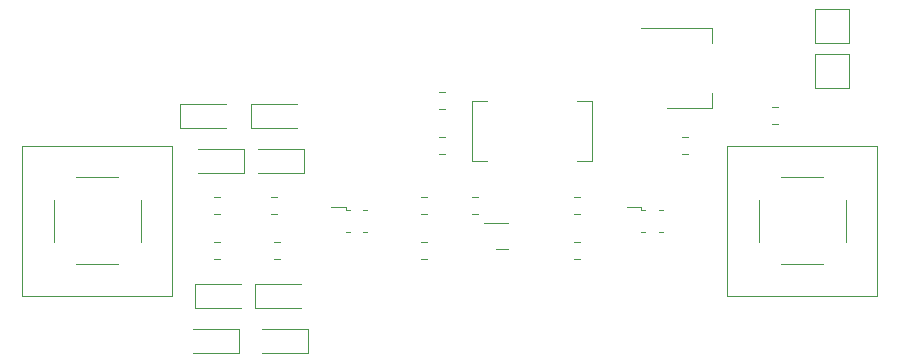
<source format=gbr>
G04 #@! TF.GenerationSoftware,KiCad,Pcbnew,5.1.5-52549c5~84~ubuntu18.04.1*
G04 #@! TF.CreationDate,2020-03-18T11:06:09+09:30*
G04 #@! TF.ProjectId,Frontend V2,46726f6e-7465-46e6-9420-56322e6b6963,rev?*
G04 #@! TF.SameCoordinates,Original*
G04 #@! TF.FileFunction,Legend,Top*
G04 #@! TF.FilePolarity,Positive*
%FSLAX46Y46*%
G04 Gerber Fmt 4.6, Leading zero omitted, Abs format (unit mm)*
G04 Created by KiCad (PCBNEW 5.1.5-52549c5~84~ubuntu18.04.1) date 2020-03-18 11:06:09*
%MOMM*%
%LPD*%
G04 APERTURE LIST*
%ADD10C,0.120000*%
G04 APERTURE END LIST*
D10*
X171450000Y-48260000D02*
X171450000Y-43180000D01*
X171450000Y-43180000D02*
X172720000Y-43180000D01*
X171450000Y-48260000D02*
X172720000Y-48260000D01*
X181610000Y-48260000D02*
X180340000Y-48260000D01*
X180340000Y-48260000D02*
X181610000Y-48260000D01*
X181610000Y-48260000D02*
X181610000Y-43180000D01*
X181610000Y-43180000D02*
X180340000Y-43180000D01*
X195710000Y-51540000D02*
X195710000Y-55140000D01*
X197590000Y-49660000D02*
X201190000Y-49660000D01*
X203070000Y-51540000D02*
X203070000Y-55140000D01*
X197590000Y-57020000D02*
X201190000Y-57020000D01*
X203200000Y-46990000D02*
X205740000Y-46990000D01*
X205740000Y-46990000D02*
X205740000Y-49530000D01*
X193040000Y-49530000D02*
X193040000Y-46990000D01*
X193040000Y-46990000D02*
X195580000Y-46990000D01*
X195580000Y-46990000D02*
X203200000Y-46990000D01*
X205740000Y-49530000D02*
X205740000Y-59690000D01*
X205740000Y-59690000D02*
X193040000Y-59690000D01*
X193040000Y-59690000D02*
X193040000Y-49530000D01*
X133350000Y-59690000D02*
X133350000Y-49530000D01*
X146050000Y-59690000D02*
X133350000Y-59690000D01*
X146050000Y-49530000D02*
X146050000Y-59690000D01*
X135890000Y-46990000D02*
X143510000Y-46990000D01*
X133350000Y-46990000D02*
X135890000Y-46990000D01*
X133350000Y-49530000D02*
X133350000Y-46990000D01*
X146050000Y-46990000D02*
X146050000Y-49530000D01*
X143510000Y-46990000D02*
X146050000Y-46990000D01*
X137900000Y-57020000D02*
X141500000Y-57020000D01*
X143380000Y-51540000D02*
X143380000Y-55140000D01*
X137900000Y-49660000D02*
X141500000Y-49660000D01*
X136020000Y-51540000D02*
X136020000Y-55140000D01*
X149598748Y-56590000D02*
X150121252Y-56590000D01*
X149598748Y-55170000D02*
X150121252Y-55170000D01*
X150121252Y-51360000D02*
X149598748Y-51360000D01*
X150121252Y-52780000D02*
X149598748Y-52780000D01*
X155201252Y-55170000D02*
X154678748Y-55170000D01*
X155201252Y-56590000D02*
X154678748Y-56590000D01*
X154433748Y-52780000D02*
X154956252Y-52780000D01*
X154433748Y-51360000D02*
X154956252Y-51360000D01*
X167656252Y-55170000D02*
X167133748Y-55170000D01*
X167656252Y-56590000D02*
X167133748Y-56590000D01*
X167133748Y-52780000D02*
X167656252Y-52780000D01*
X167133748Y-51360000D02*
X167656252Y-51360000D01*
X168648748Y-43890000D02*
X169171252Y-43890000D01*
X168648748Y-42470000D02*
X169171252Y-42470000D01*
X169171252Y-46280000D02*
X168648748Y-46280000D01*
X169171252Y-47700000D02*
X168648748Y-47700000D01*
X171956252Y-51360000D02*
X171433748Y-51360000D01*
X171956252Y-52780000D02*
X171433748Y-52780000D01*
X180601252Y-55170000D02*
X180078748Y-55170000D01*
X180601252Y-56590000D02*
X180078748Y-56590000D01*
X180078748Y-52780000D02*
X180601252Y-52780000D01*
X180078748Y-51360000D02*
X180601252Y-51360000D01*
X189736252Y-46280000D02*
X189213748Y-46280000D01*
X189736252Y-47700000D02*
X189213748Y-47700000D01*
X157190000Y-49260000D02*
X153290000Y-49260000D01*
X157190000Y-47260000D02*
X153290000Y-47260000D01*
X157190000Y-49260000D02*
X157190000Y-47260000D01*
X152110000Y-49260000D02*
X148210000Y-49260000D01*
X152110000Y-47260000D02*
X148210000Y-47260000D01*
X152110000Y-49260000D02*
X152110000Y-47260000D01*
X146720000Y-43450000D02*
X150620000Y-43450000D01*
X146720000Y-45450000D02*
X150620000Y-45450000D01*
X146720000Y-43450000D02*
X146720000Y-45450000D01*
X152690000Y-43450000D02*
X156590000Y-43450000D01*
X152690000Y-45450000D02*
X156590000Y-45450000D01*
X152690000Y-43450000D02*
X152690000Y-45450000D01*
X153070000Y-58690000D02*
X156970000Y-58690000D01*
X153070000Y-60690000D02*
X156970000Y-60690000D01*
X153070000Y-58690000D02*
X153070000Y-60690000D01*
X147990000Y-58690000D02*
X151890000Y-58690000D01*
X147990000Y-60690000D02*
X151890000Y-60690000D01*
X147990000Y-58690000D02*
X147990000Y-60690000D01*
X151730000Y-64500000D02*
X147830000Y-64500000D01*
X151730000Y-62500000D02*
X147830000Y-62500000D01*
X151730000Y-64500000D02*
X151730000Y-62500000D01*
X157570000Y-64500000D02*
X153670000Y-64500000D01*
X157570000Y-62500000D02*
X153670000Y-62500000D01*
X157570000Y-64500000D02*
X157570000Y-62500000D01*
X160735000Y-52180000D02*
X159505000Y-52180000D01*
X160735000Y-52430000D02*
X160735000Y-52180000D01*
X160735000Y-54250000D02*
X161075000Y-54250000D01*
X160735000Y-52430000D02*
X161075000Y-52430000D01*
X162215000Y-54250000D02*
X162555000Y-54250000D01*
X162215000Y-52430000D02*
X162555000Y-52430000D01*
X185780000Y-52180000D02*
X184550000Y-52180000D01*
X185780000Y-52430000D02*
X185780000Y-52180000D01*
X185780000Y-54250000D02*
X186120000Y-54250000D01*
X185780000Y-52430000D02*
X186120000Y-52430000D01*
X187260000Y-54250000D02*
X187600000Y-54250000D01*
X187260000Y-52430000D02*
X187600000Y-52430000D01*
X172490000Y-53490000D02*
X174490000Y-53490000D01*
X174490000Y-55730000D02*
X173490000Y-55730000D01*
X185740000Y-36990000D02*
X191750000Y-36990000D01*
X187990000Y-43810000D02*
X191750000Y-43810000D01*
X191750000Y-36990000D02*
X191750000Y-38250000D01*
X191750000Y-43810000D02*
X191750000Y-42550000D01*
X200480000Y-42090000D02*
X200480000Y-39190000D01*
X203380000Y-42090000D02*
X200480000Y-42090000D01*
X203380000Y-39190000D02*
X203380000Y-42090000D01*
X200480000Y-39190000D02*
X203380000Y-39190000D01*
X200480000Y-35380000D02*
X203380000Y-35380000D01*
X203380000Y-35380000D02*
X203380000Y-38280000D01*
X203380000Y-38280000D02*
X200480000Y-38280000D01*
X200480000Y-38280000D02*
X200480000Y-35380000D01*
X196833748Y-43740000D02*
X197356252Y-43740000D01*
X196833748Y-45160000D02*
X197356252Y-45160000D01*
M02*

</source>
